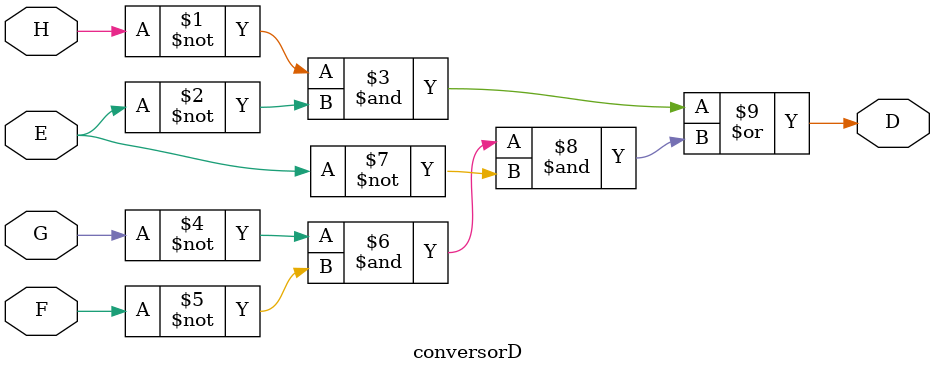
<source format=v>
module conversorD (
    input H,G,F,E,
    output D
);
    assign D = (~H & ~E) | (~G & ~F & ~E);
endmodule
</source>
